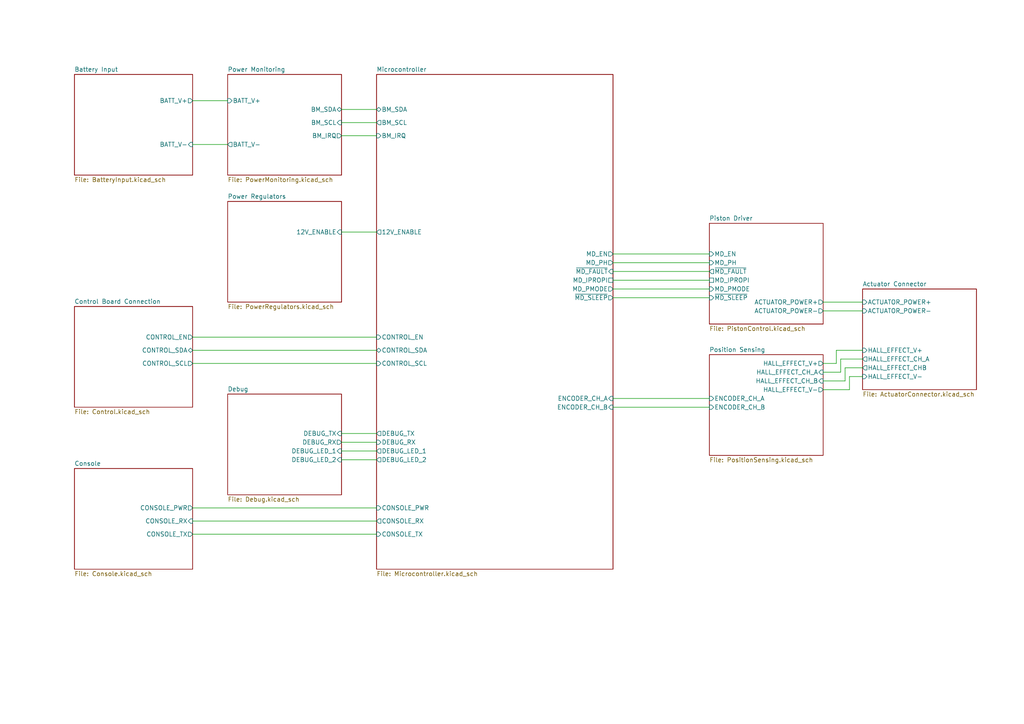
<source format=kicad_sch>
(kicad_sch (version 20230121) (generator eeschema)
  (paper "A4")
  (title_block (title "Low Cost Profiler - Power Control Board") (date "2024-09-27") (rev "1.5") (company "NOAA Pacific Marine Environmental Lab") (comment 1 "Design by: Matt Casari") (comment 2 "Updated by Joseph Kurina"))
  (lib_symbols)
  (wire (pts (xy 55.88 97.79) (xy 109.22 97.79)))
  (wire (pts (xy 238.76 107.95) (xy 243.84 107.95)))
  (wire (pts (xy 55.88 29.21) (xy 66.04 29.21)))
  (wire (pts (xy 250.19 90.17) (xy 238.76 90.17)))
  (wire (pts (xy 177.8 83.82) (xy 205.74 83.82)))
  (wire (pts (xy 238.76 105.41) (xy 242.57 105.41)))
  (wire (pts (xy 177.8 115.57) (xy 205.74 115.57)))
  (wire (pts (xy 205.74 81.28) (xy 177.8 81.28)))
  (wire (pts (xy 99.06 67.31) (xy 109.22 67.31)))
  (wire (pts (xy 245.11 110.49) (xy 245.11 106.68)))
  (wire (pts (xy 99.06 133.35) (xy 109.22 133.35)))
  (wire (pts (xy 109.22 130.81) (xy 99.06 130.81)))
  (wire (pts (xy 243.84 107.95) (xy 243.84 104.14)))
  (wire (pts (xy 205.74 73.66) (xy 177.8 73.66)))
  (wire (pts (xy 238.76 110.49) (xy 245.11 110.49)))
  (wire (pts (xy 205.74 118.11) (xy 177.8 118.11)))
  (wire (pts (xy 238.76 113.03) (xy 246.38 113.03)))
  (wire (pts (xy 238.76 87.63) (xy 250.19 87.63)))
  (wire (pts (xy 246.38 113.03) (xy 246.38 109.22)))
  (wire (pts (xy 109.22 125.73) (xy 99.06 125.73)))
  (wire (pts (xy 242.57 101.6) (xy 250.19 101.6)))
  (wire (pts (xy 99.06 35.56) (xy 109.22 35.56)))
  (wire (pts (xy 109.22 147.32) (xy 55.88 147.32)))
  (wire (pts (xy 177.8 76.2) (xy 205.74 76.2)))
  (wire (pts (xy 109.22 101.6) (xy 55.88 101.6)))
  (wire (pts (xy 243.84 104.14) (xy 250.19 104.14)))
  (wire (pts (xy 109.22 39.37) (xy 99.06 39.37)))
  (wire (pts (xy 99.06 128.27) (xy 109.22 128.27)))
  (wire (pts (xy 245.11 106.68) (xy 250.19 106.68)))
  (wire (pts (xy 242.57 105.41) (xy 242.57 101.6)))
  (wire (pts (xy 55.88 105.41) (xy 109.22 105.41)))
  (wire (pts (xy 177.8 78.74) (xy 205.74 78.74)))
  (wire (pts (xy 109.22 151.13) (xy 55.88 151.13)))
  (wire (pts (xy 55.88 154.94) (xy 109.22 154.94)))
  (wire (pts (xy 109.22 31.75) (xy 99.06 31.75)))
  (wire (pts (xy 177.8 86.36) (xy 205.74 86.36)))
  (wire (pts (xy 246.38 109.22) (xy 250.19 109.22)))
  (wire (pts (xy 66.04 41.91) (xy 55.88 41.91)))
  (sheet (at 21.59 21.59) (size 34.29 29.21)
    (property "Sheetname" "Battery Input" (at 21.59 20.8784 0) (effects (justify left bottom)))
    (property "Sheetfile" "BatteryInput.kicad_sch" (at 21.59 51.3846 0) (effects (justify left top)))
    (pin "BATT_V+" output (at 55.88 29.21 0))
    (pin "BATT_V-" input (at 55.88 41.91 0))
  )
  (sheet (at 109.22 21.59) (size 68.58 143.51)
    (property "Sheetname" "Microcontroller" (at 109.22 20.8784 0) (effects (justify left bottom)))
    (property "Sheetfile" "Microcontroller.kicad_sch" (at 109.22 165.6846 0) (effects (justify left top)))
    (pin "BM_SDA" bidirectional (at 109.22 31.75 180))
    (pin "BM_SCL" output (at 109.22 35.56 180))
    (pin "BM_IRQ" input (at 109.22 39.37 180))
    (pin "CONTROL_EN" input (at 109.22 97.79 180))
    (pin "CONTROL_SDA" bidirectional (at 109.22 101.6 180))
    (pin "CONTROL_SCL" input (at 109.22 105.41 180))
    (pin "CONSOLE_TX" input (at 109.22 154.94 180))
    (pin "CONSOLE_RX" output (at 109.22 151.13 180))
    (pin "MD_EN" output (at 177.8 73.66 0))
    (pin "MD_PH" output (at 177.8 76.2 0))
    (pin "~{MD_FAULT}" input (at 177.8 78.74 0))
    (pin "MD_IPROPI" passive (at 177.8 81.28 0))
    (pin "MD_PMODE" output (at 177.8 83.82 0))
    (pin "~{MD_SLEEP}" output (at 177.8 86.36 0))
    (pin "12V_ENABLE" output (at 109.22 67.31 180))
    (pin "DEBUG_TX" output (at 109.22 125.73 180))
    (pin "DEBUG_RX" input (at 109.22 128.27 180))
    (pin "DEBUG_LED_1" output (at 109.22 130.81 180))
    (pin "DEBUG_LED_2" output (at 109.22 133.35 180))
    (pin "ENCODER_CH_A" input (at 177.8 115.57 0))
    (pin "ENCODER_CH_B" input (at 177.8 118.11 0))
    (pin "CONSOLE_PWR" input (at 109.22 147.32 180))
  )
  (sheet (at 66.04 21.59) (size 33.02 29.21)
    (property "Sheetname" "Power Monitoring" (at 66.04 20.8784 0) (effects (justify left bottom)))
    (property "Sheetfile" "PowerMonitoring.kicad_sch" (at 66.04 51.3846 0) (effects (justify left top)))
    (pin "BM_SDA" bidirectional (at 99.06 31.75 0))
    (pin "BM_SCL" input (at 99.06 35.56 0))
    (pin "BM_IRQ" output (at 99.06 39.37 0))
    (pin "BATT_V-" output (at 66.04 41.91 180))
    (pin "BATT_V+" input (at 66.04 29.21 180))
  )
  (sheet (at 21.59 135.89) (size 34.29 29.21)
    (property "Sheetname" "Console" (at 21.59 135.1784 0) (effects (justify left bottom)))
    (property "Sheetfile" "Console.kicad_sch" (at 21.59 165.6846 0) (effects (justify left top)))
    (pin "CONSOLE_RX" input (at 55.88 151.13 0))
    (pin "CONSOLE_TX" output (at 55.88 154.94 0))
    (pin "CONSOLE_PWR" output (at 55.88 147.32 0))
  )
  (sheet (at 21.59 88.9) (size 34.29 29.21)
    (property "Sheetname" "Control Board Connection" (at 21.59 88.1884 0) (effects (justify left bottom)))
    (property "Sheetfile" "Control.kicad_sch" (at 21.59 118.6946 0) (effects (justify left top)))
    (pin "CONTROL_SDA" bidirectional (at 55.88 101.6 0))
    (pin "CONTROL_EN" output (at 55.88 97.79 0))
    (pin "CONTROL_SCL" output (at 55.88 105.41 0))
  )
  (sheet (at 205.74 64.77) (size 33.02 29.21)
    (property "Sheetname" "Piston Driver" (at 205.74 64.0584 0) (effects (justify left bottom)))
    (property "Sheetfile" "PistonControl.kicad_sch" (at 205.74 94.5646 0) (effects (justify left top)))
    (pin "MD_EN" input (at 205.74 73.66 180))
    (pin "MD_PH" input (at 205.74 76.2 180))
    (pin "~{MD_FAULT}" output (at 205.74 78.74 180))
    (pin "MD_IPROPI" passive (at 205.74 81.28 180))
    (pin "~{MD_SLEEP}" input (at 205.74 86.36 180))
    (pin "MD_PMODE" input (at 205.74 83.82 180))
    (pin "ACTUATOR_POWER+" output (at 238.76 87.63 0))
    (pin "ACTUATOR_POWER-" output (at 238.76 90.17 0))
  )
  (sheet (at 66.04 58.42) (size 33.02 29.21)
    (property "Sheetname" "Power Regulators" (at 66.04 57.7084 0) (effects (justify left bottom)))
    (property "Sheetfile" "PowerRegulators.kicad_sch" (at 66.04 88.2146 0) (effects (justify left top)))
    (pin "12V_ENABLE" input (at 99.06 67.31 0))
  )
  (sheet (at 205.74 102.87) (size 33.02 29.21)
    (property "Sheetname" "Position Sensing" (at 205.74 102.1584 0) (effects (justify left bottom)))
    (property "Sheetfile" "PositionSensing.kicad_sch" (at 205.74 132.6646 0) (effects (justify left top)))
    (pin "HALL_EFFECT_V+" output (at 238.76 105.41 0))
    (pin "HALL_EFFECT_CH_A" input (at 238.76 107.95 0))
    (pin "HALL_EFFECT_V-" output (at 238.76 113.03 0))
    (pin "HALL_EFFECT_CH_B" input (at 238.76 110.49 0))
    (pin "ENCODER_CH_A" input (at 205.74 115.57 180))
    (pin "ENCODER_CH_B" input (at 205.74 118.11 180))
  )
  (sheet (at 250.19 83.82) (size 33.02 29.21)
    (property "Sheetname" "Actuator Connector" (at 250.19 83.1084 0) (effects (justify left bottom)))
    (property "Sheetfile" "ActuatorConnector.kicad_sch" (at 250.19 113.6146 0) (effects (justify left top)))
    (pin "ACTUATOR_POWER+" input (at 250.19 87.63 180))
    (pin "ACTUATOR_POWER-" input (at 250.19 90.17 180))
    (pin "HALL_EFFECT_V+" input (at 250.19 101.6 180))
    (pin "HALL_EFFECT_CH_A" output (at 250.19 104.14 180))
    (pin "HALL_EFFECT_CHB" output (at 250.19 106.68 180))
    (pin "HALL_EFFECT_V-" input (at 250.19 109.22 180))
  )
  (sheet (at 66.04 114.3) (size 33.02 29.21)
    (property "Sheetname" "Debug" (at 66.04 113.5884 0) (effects (justify left bottom)))
    (property "Sheetfile" "Debug.kicad_sch" (at 66.04 144.0946 0) (effects (justify left top)))
    (pin "DEBUG_TX" input (at 99.06 125.73 0))
    (pin "DEBUG_RX" output (at 99.06 128.27 0))
    (pin "DEBUG_LED_1" input (at 99.06 130.81 0))
    (pin "DEBUG_LED_2" input (at 99.06 133.35 0))
  )
)
</source>
